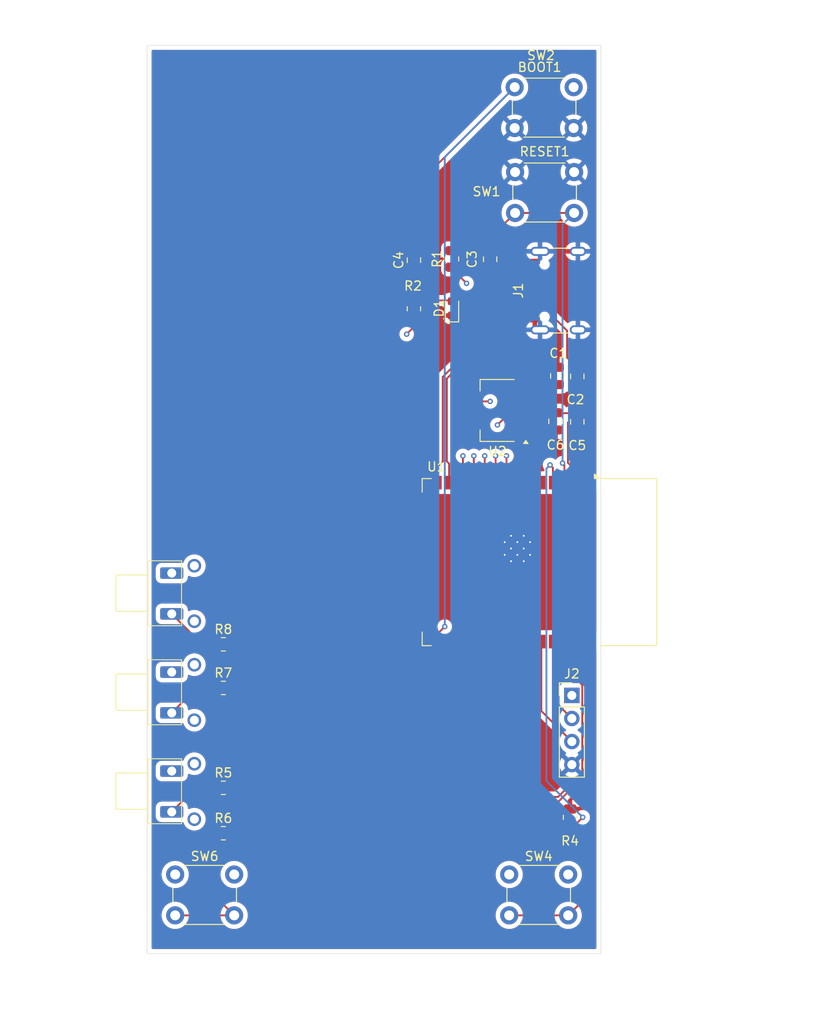
<source format=kicad_pcb>
(kicad_pcb (version 20241229) (generator "pcbnew") (generator_version "9.0")
  (layers (0 "F.Cu" signal) (4 "In1.Cu" signal) (6 "In2.Cu" signal) (2 "B.Cu" signal) (13 "F.Paste" user) (15 "B.Paste" user) (5 "F.SilkS" user "F.Silkscreen") (7 "B.SilkS" user "B.Silkscreen") (1 "F.Mask" user) (3 "B.Mask" user) (25 "Edge.Cuts" user))
  (net 0 "")
  (net 1 "+3.3V")
  (net 2 "GND")
  (net 3 "VBUS")
  (net 4 "IO1")
  (net 5 "Net-(D1-A)")
  (net 6 "GPS_RESET")
  (net 8 "unconnected-(U1-IO10-Pad18)")
  (net 9 "unconnected-(U1-IO18-Pad11)")
  (net 11 "unconnected-(U1-IO9-Pad17)")
  (net 12 "unconnected-(U1-IO14-Pad22)")
  (net 13 "MAIN_BUTTON")
  (net 14 "USB+")
  (net 16 "unconnected-(U1-IO21-Pad23)")
  (net 17 "USB-")
  (net 18 "unconnected-(U1-IO12-Pad20)")
  (net 19 "unconnected-(U1-IO13-Pad21)")
  (net 20 "TX_GPS")
  (net 22 "unconnected-(U1-IO17-Pad10)")
  (net 23 "unconnected-(U1-IO16-Pad9)")
  (net 24 "unconnected-(U1-IO11-Pad19)")
  (net 25 "unconnected-(U1-IO8-Pad12)")
  (net 26 "unconnected-(U1-IO48-Pad25)")
  (net 27 "unconnected-(U1-IO45-Pad26)")
  (net 30 "unconnected-(U1-IO15-Pad8)")
  (net 31 "unconnected-(U1-IO47-Pad24)")
  (net 32 "RX_GPS")
  (net 33 "COMPASS_RESET")
  (net 36 "Net-(U1-EN)")
  (net 37 "LAP_BUTTON")
  (net 38 "PAGE_BUTTON")
  (net 39 "ZOOM-_BUTTON")
  (net 40 "ZOOM+_BUTTON")
  (net 41 "I2C_SDA")
  (net 42 "I2C_SCL")
  (net 43 "DATA_READY_COMP")
  (footprint "CUSTOM FOODPRINTS:KNOP ANGLED" (layer "F.Cu") (at 148.2 110.7)
    (property "Reference" "SW7" (hide yes))
    (property "Value" "ZOOM-_BUTTON")
    (fp_rect (start -7.23 1.52) (end -3.68 5.52) (stroke (width 0.1)) (fill no) (layer "F.SilkS"))
    (fp_rect (start -3.69 -0.05) (end 0 7.11) (stroke (width 0.1)) (fill no) (layer "F.SilkS"))
    (pad "1" thru_hole roundrect (at -1.08 1.31) (size 2.54 1.27) (drill 0.99) (layers "*.Cu" "*.Mask") (roundrect_rratio 0.15) (net 1 "+3.3V"))
    (pad "2" thru_hole roundrect (at -1.08 5.8) (size 2.54 1.27) (drill 0.99) (layers "*.Cu" "*.Mask") (roundrect_rratio 0.15) (net 39 "ZOOM-_BUTTON"))
    (pad "3" thru_hole circle (at 1.41 0.5) (size 1.5 1.5) (drill 0.99) (layers "*.Cu" "*.Mask"))
    (pad "4" thru_hole circle (at 1.41 6.61) (size 1.5 1.5) (drill 0.99) (layers "*.Cu" "*.Mask"))
  )
  (footprint "Resistor_SMD:R_0805_2012Metric" (layer "F.Cu") (at 152.8075 124.755)
    (property "Reference" "R5" (at 0 -1.65 0) (layer "F.SilkS"))
    (property "Value" "10K" (hide yes))
    (fp_line (start -0.227064 -0.735) (end 0.227064 -0.735) (stroke (width 0.12)) (layer "F.SilkS"))
    (fp_line (start -0.227064 0.735) (end 0.227064 0.735) (stroke (width 0.12)) (layer "F.SilkS"))
    (pad "1" smd roundrect (at -0.9125 0) (size 1.025 1.4) (layers "F.Cu" "F.Mask" "F.Paste") (roundrect_rratio 0.243902) (net 37 "LAP_BUTTON"))
    (pad "2" smd roundrect (at 0.9125 0) (size 1.025 1.4) (layers "F.Cu" "F.Mask" "F.Paste") (roundrect_rratio 0.243902) (net 2 "GND"))
  )
  (footprint "RF_Module:ESP32-S3-WROOM-1" (layer "F.Cu") (at 187.66 99.9 -90)
    (property "Reference" "U1" (at -10.5 11.4 0) (layer "F.SilkS"))
    (property "Value" "ESP32-S3-WROOM-1")
    (fp_line (start -9.2 12.95) (end -7.7 12.95) (stroke (width 0.12)) (layer "F.SilkS"))
    (fp_line (start 9.2 12.95) (end 7.7 12.95) (stroke (width 0.12)) (layer "F.SilkS"))
    (fp_line (start 9.2 12.95) (end 9.2 11.95) (stroke (width 0.12)) (layer "F.SilkS"))
    (fp_line (start -9.2 11.95) (end -9.2 12.95) (stroke (width 0.12)) (layer "F.SilkS"))
    (fp_line (start -9.2 -12.9) (end -9.2 -6.7) (stroke (width 0.12)) (layer "F.SilkS"))
    (fp_line (start -9.2 -12.9) (end 9.2 -12.9) (stroke (width 0.12)) (layer "F.SilkS"))
    (fp_line (start 9.2 -12.9) (end 9.2 -6.7) (stroke (width 0.12)) (layer "F.SilkS"))
    (fp_poly (pts (xy -9.2 -6.025) (xy -9.7 -6.025) (xy -9.2 -6.525) (xy -9.2 -6.025)) (stroke (width 0.12)) (fill yes) (layer "F.SilkS"))
    (pad "1" smd rect (at -8.75 -5.26 270) (size 1.5 0.9) (layers "F.Cu" "F.Mask" "F.Paste") (net 2 "GND"))
    (pad "2" smd rect (at -8.75 -3.99 270) (size 1.5 0.9) (layers "F.Cu" "F.Mask" "F.Paste") (net 1 "+3.3V"))
    (pad "3" smd rect (at -8.75 -2.72 270) (size 1.5 0.9) (layers "F.Cu" "F.Mask" "F.Paste") (net 36 "Net-(U1-EN)"))
    (pad "4" smd rect (at -8.75 -1.45 270) (size 1.5 0.9) (layers "F.Cu" "F.Mask" "F.Paste") (net 38 "PAGE_BUTTON"))
    (pad "5" smd rect (at -8.75 -0.18 270) (size 1.5 0.9) (layers "F.Cu" "F.Mask" "F.Paste"))
    (pad "6" smd rect (at -8.75 1.09 270) (size 1.5 0.9) (layers "F.Cu" "F.Mask" "F.Paste"))
    (pad "7" smd rect (at -8.75 2.36 270) (size 1.5 0.9) (layers "F.Cu" "F.Mask" "F.Paste"))
    (pad "8" smd rect (at -8.75 3.63 270) (size 1.5 0.9) (layers "F.Cu" "F.Mask" "F.Paste") (net 30 "unconnected-(U1-IO15-Pad8)"))
    (pad "9" smd rect (at -8.75 4.9 270) (size 1.5 0.9) (layers "F.Cu" "F.Mask" "F.Paste") (net 23 "unconnected-(U1-IO16-Pad9)"))
    (pad "10" smd rect (at -8.75 6.17 270) (size 1.5 0.9) (layers "F.Cu" "F.Mask" "F.Paste") (net 22 "unconnected-(U1-IO17-Pad10)"))
    (pad "11" smd rect (at -8.75 7.44 270) (size 1.5 0.9) (layers "F.Cu" "F.Mask" "F.Paste") (net 9 "unconnected-(U1-IO18-Pad11)"))
    (pad "12" smd rect (at -8.75 8.71 270) (size 1.5 0.9) (layers "F.Cu" "F.Mask" "F.Paste") (net 25 "unconnected-(U1-IO8-Pad12)"))
    (pad "13" smd rect (at -8.75 9.98 270) (size 1.5 0.9) (layers "F.Cu" "F.Mask" "F.Paste") (net 17 "USB-"))
    (pad "14" smd rect (at -8.75 11.25 90) (size 1.5 0.9) (layers "F.Cu" "F.Mask" "F.Paste") (net 14 "USB+"))
    (pad "15" smd rect (at -6.985 12.5 180) (size 1.5 0.9) (layers "F.Cu" "F.Mask" "F.Paste") (net 6 "GPS_RESET"))
    (pad "16" smd rect (at -5.715 12.5 180) (size 1.5 0.9) (layers "F.Cu" "F.Mask" "F.Paste") (net 33 "COMPASS_RESET"))
    (pad "17" smd rect (at -4.445 12.5 180) (size 1.5 0.9) (layers "F.Cu" "F.Mask" "F.Paste") (net 11 "unconnected-(U1-IO9-Pad17)"))
    (pad "18" smd rect (at -3.175 12.5 180) (size 1.5 0.9) (layers "F.Cu" "F.Mask" "F.Paste") (net 8 "unconnected-(U1-IO10-Pad18)"))
    (pad "19" smd rect (at -1.905 12.5 180) (size 1.5 0.9) (layers "F.Cu" "F.Mask" "F.Paste") (net 24 "unconnected-(U1-IO11-Pad19)"))
    (pad "20" smd rect (at -0.635 12.5 180) (size 1.5 0.9) (layers "F.Cu" "F.Mask" "F.Paste") (net 18 "unconnected-(U1-IO12-Pad20)"))
    (pad "21" smd rect (at 0.635 12.5 180) (size 1.5 0.9) (layers "F.Cu" "F.Mask" "F.Paste") (net 19 "unconnected-(U1-IO13-Pad21)"))
    (pad "22" smd rect (at 1.905 12.5 180) (size 1.5 0.9) (layers "F.Cu" "F.Mask" "F.Paste") (net 12 "unconnected-(U1-IO14-Pad22)"))
    (pad "23" smd rect (at 3.175 12.5 180) (size 1.5 0.9) (layers "F.Cu" "F.Mask" "F.Paste") (net 16 "unconnected-(U1-IO21-Pad23)"))
    (pad "24" smd rect (at 4.445 12.5 180) (size 1.5 0.9) (layers "F.Cu" "F.Mask" "F.Paste") (net 31 "unconnected-(U1-IO47-Pad24)"))
    (pad "25" smd rect (at 5.715 12.5 180) (size 1.5 0.9) (layers "F.Cu" "F.Mask" "F.Paste") (net 26 "unconnected-(U1-IO48-Pad25)"))
    (pad "26" smd rect (at 6.985 12.5 180) (size 1.5 0.9) (layers "F.Cu" "F.Mask" "F.Paste") (net 27 "unconnected-(U1-IO45-Pad26)"))
    (pad "27" smd rect (at 8.75 11.25 270) (size 1.5 0.9) (layers "F.Cu" "F.Mask" "F.Paste") (net 4 "IO1"))
    (pad "28" smd rect (at 8.75 9.98 270) (size 1.5 0.9) (layers "F.Cu" "F.Mask" "F.Paste"))
    (pad "29" smd rect (at 8.75 8.71 270) (size 1.5 0.9) (layers "F.Cu" "F.Mask" "F.Paste"))
    (pad "30" smd rect (at 8.75 7.44 270) (size 1.5 0.9) (layers "F.Cu" "F.Mask" "F.Paste"))
    (pad "31" smd rect (at 8.75 6.17 270) (size 1.5 0.9) (layers "F.Cu" "F.Mask" "F.Paste") (net 42 "I2C_SCL"))
    (pad "32" smd rect (at 8.75 4.9 270) (size 1.5 0.9) (layers "F.Cu" "F.Mask" "F.Paste") (net 41 "I2C_SDA"))
    (pad "33" smd rect (at 8.75 3.63 270) (size 1.5 0.9) (layers "F.Cu" "F.Mask" "F.Paste") (net 43 "DATA_READY_COMP"))
    (pad "34" smd rect (at 8.75 2.36 270) (size 1.5 0.9) (layers "F.Cu" "F.Mask" "F.Paste") (net 40 "ZOOM+_BUTTON"))
    (pad "35" smd rect (at 8.75 1.09 270) (size 1.5 0.9) (layers "F.Cu" "F.Mask" "F.Paste") (net 39 "ZOOM-_BUTTON"))
    (pad "36" smd rect (at 8.75 -0.18 270) (size 1.5 0.9) (layers "F.Cu" "F.Mask" "F.Paste") (net 20 "TX_GPS"))
    (pad "37" smd rect (at 8.75 -1.45 270) (size 1.5 0.9) (layers "F.Cu" "F.Mask" "F.Paste") (net 32 "RX_GPS"))
    (pad "38" smd rect (at 8.75 -2.72 270) (size 1.5 0.9) (layers "F.Cu" "F.Mask" "F.Paste") (net 37 "LAP_BUTTON"))
    (pad "39" smd rect (at 8.75 -3.99 270) (size 1.5 0.9) (layers "F.Cu" "F.Mask" "F.Paste") (net 13 "MAIN_BUTTON"))
    (pad "40" smd rect (at 8.75 -5.26 270) (size 1.5 0.9) (layers "F.Cu" "F.Mask" "F.Paste") (net 2 "GND"))
    (pad "41" thru_hole circle (at -2.9 1.76) (size 0.6 0.6) (drill 0.2) (property pad_prop_heatsink) (layers "*.Cu" "F.Mask") (net 2 "GND"))
    (pad "41" thru_hole circle (at -2.9 3.16 270) (size 0.6 0.6) (drill 0.2) (property pad_prop_heatsink) (layers "*.Cu" "F.Mask") (net 2 "GND"))
    (pad "41" thru_hole circle (at -2.2 1.06 270) (size 0.6 0.6) (drill 0.2) (property pad_prop_heatsink) (layers "*.Cu" "F.Mask") (net 2 "GND"))
    (pad "41" thru_hole circle (at -2.2 2.46 270) (size 0.6 0.6) (drill 0.2) (property pad_prop_heatsink) (layers "*.Cu" "F.Mask") (net 2 "GND"))
    (pad "41" thru_hole circle (at -2.2 3.86 270) (size 0.6 0.6) (drill 0.2) (property pad_prop_heatsink) (layers "*.Cu" "F.Mask") (net 2 "GND"))
    (pad "41" thru_hole circle (at -1.5 1.76 270) (size 0.6 0.6) (drill 0.2) (property pad_prop_heatsink) (layers "*.Cu" "F.Mask") (net 2 "GND"))
    (pad "41" smd rect (at -1.5 2.46 180) (size 3.9 3.9) (property pad_prop_heatsink) (layers "F.Cu" "F.Mask") (net 2 "GND"))
    (pad "41" thru_hole circle (at -1.5 3.16 270) (size 0.6 0.6) (drill 0.2) (property pad_prop_heatsink) (layers "*.Cu" "F.Mask") (net 2 "GND"))
    (pad "41" thru_hole circle (at -0.8 1.06 270) (size 0.6 0.6) (drill 0.2) (property pad_prop_heatsink) (layers "*.Cu" "F.Mask") (net 2 "GND"))
    (pad "41" thru_hole circle (at -0.8 2.46 270) (size 0.6 0.6) (drill 0.2) (property pad_prop_heatsink) (layers "*.Cu" "F.Mask") (net 2 "GND"))
    (pad "41" thru_hole circle (at -0.8 3.86 270) (size 0.6 0.6) (drill 0.2) (property pad_prop_heatsink) (layers "*.Cu" "F.Mask") (net 2 "GND"))
    (pad "41" thru_hole circle (at -0.1 1.76 270) (size 0.6 0.6) (drill 0.2) (property pad_prop_heatsink) (layers "*.Cu" "F.Mask") (net 2 "GND"))
    (pad "41" thru_hole circle (at -0.1 3.16 270) (size 0.6 0.6) (drill 0.2) (property pad_prop_heatsink) (layers "*.Cu" "F.Mask") (net 2 "GND"))
    (zone (net 0) (net_name "") (layers "F.Cu" "B.Cu" "In1.Cu" "In2.Cu") (connect_pads (clearance 0)) (min_thickness 0.254)
      (keepout (tracks not_allowed) (vias not_allowed) (pads not_allowed) (copperpour not_allowed) (footprints not_allowed))
      (fill (thermal_gap 0.508) (thermal_bridge_width 0.508))
      (polygon (pts (xy 194.41 75.9) (xy 194.41 123.9) (xy 215.41 123.9) (xy 215.41 75.9)))
    )
  )
  (footprint "CUSTOM FOODPRINTS:KNOP ANGLED" (layer "F.Cu") (at 148.2 99.8)
    (property "Reference" "SW8" (hide yes))
    (property "Value" "ZOOM+_BUTTON")
    (fp_rect (start -7.23 1.52) (end -3.68 5.52) (stroke (width 0.1)) (fill no) (layer "F.SilkS"))
    (fp_rect (start -3.69 -0.05) (end 0 7.11) (stroke (width 0.1)) (fill no) (layer "F.SilkS"))
    (pad "1" thru_hole roundrect (at -1.08 1.31) (size 2.54 1.27) (drill 0.99) (layers "*.Cu" "*.Mask") (roundrect_rratio 0.15) (net 1 "+3.3V"))
    (pad "2" thru_hole roundrect (at -1.08 5.8) (size 2.54 1.27) (drill 0.99) (layers "*.Cu" "*.Mask") (roundrect_rratio 0.15) (net 40 "ZOOM+_BUTTON"))
    (pad "3" thru_hole circle (at 1.41 0.5) (size 1.5 1.5) (drill 0.99) (layers "*.Cu" "*.Mask"))
    (pad "4" thru_hole circle (at 1.41 6.61) (size 1.5 1.5) (drill 0.99) (layers "*.Cu" "*.Mask"))
  )
  (footprint "Button_Switch_THT:SW_PUSH_6mm" (layer "F.Cu") (at 191.4 52.1 180)
    (property "Reference" "SW2" (at 3.6 8 0) (layer "F.SilkS"))
    (property "Value" "BOOT1" (at 3.75 6.7 0) (layer "F.SilkS"))
    (fp_line (start 6.75 3) (end 6.75 1.5) (stroke (width 0.12)) (layer "F.SilkS"))
    (fp_line (start 5.5 -1) (end 1 -1) (stroke (width 0.12)) (layer "F.SilkS"))
    (fp_line (start 1 5.5) (end 5.5 5.5) (stroke (width 0.12)) (layer "F.SilkS"))
    (fp_line (start -0.25 1.5) (end -0.25 3) (stroke (width 0.12)) (layer "F.SilkS"))
    (pad "1" thru_hole circle (at 0 0 270) (size 2 2) (drill 1.1) (layers "*.Cu" "*.Mask") (net 2 "GND"))
    (pad "1" thru_hole circle (at 6.5 0 270) (size 2 2) (drill 1.1) (layers "*.Cu" "*.Mask") (net 2 "GND"))
    (pad "2" thru_hole circle (at 0 4.5 270) (size 2 2) (drill 1.1) (layers "*.Cu" "*.Mask") (net 4 "IO1"))
    (pad "2" thru_hole circle (at 6.5 4.5 270) (size 2 2) (drill 1.1) (layers "*.Cu" "*.Mask") (net 4 "IO1"))
  )
  (footprint "Resistor_SMD:R_0805_2012Metric" (layer "F.Cu") (at 191 128 90)
    (property "Reference" "R4" (at -2.6 0 0) (layer "F.SilkS"))
    (property "Value" "10K" (hide yes))
    (fp_line (start -0.227064 -0.735) (end 0.227064 -0.735) (stroke (width 0.12)) (layer "F.SilkS"))
    (fp_line (start -0.227064 0.735) (end 0.227064 0.735) (stroke (width 0.12)) (layer "F.SilkS"))
    (pad "1" smd roundrect (at -0.9125 0 90) (size 1.025 1.4) (layers "F.Cu" "F.Mask" "F.Paste") (roundrect_rratio 0.243902) (net 38 "PAGE_BUTTON"))
    (pad "2" smd roundrect (at 0.9125 0 90) (size 1.025 1.4) (layers "F.Cu" "F.Mask" "F.Paste") (roundrect_rratio 0.243902) (net 2 "GND"))
  )
  (footprint "Capacitor_SMD:C_0805_2012Metric" (layer "F.Cu") (at 191.8 79.45 -90)
    (property "Reference" "C2" (at 2.55 0.2 0) (layer "F.SilkS"))
    (property "Value" "10uF" (hide yes))
    (fp_line (start -0.261252 0.735) (end 0.261252 0.735) (stroke (width 0.12)) (layer "F.SilkS"))
    (fp_line (start -0.261252 -0.735) (end 0.261252 -0.735) (stroke (width 0.12)) (layer "F.SilkS"))
    (pad "1" smd roundrect (at -0.95 0 270) (size 1 1.45) (layers "F.Cu" "F.Mask" "F.Paste") (net 3 "VBUS"))
    (pad "2" smd roundrect (at 0.95 0 270) (size 1 1.45) (layers "F.Cu" "F.Mask" "F.Paste") (net 2 "GND"))
  )
  (footprint "Button_Switch_THT:SW_PUSH_6mm" (layer "F.Cu") (at 184.95 56.95)
    (property "Reference" "SW1" (at -3.15 2.15 0) (layer "F.SilkS"))
    (property "Value" "RESET1" (at 3.25 -2.25 0) (layer "F.SilkS"))
    (fp_line (start -0.25 1.5) (end -0.25 3) (stroke (width 0.12)) (layer "F.SilkS"))
    (fp_line (start 1 5.5) (end 5.5 5.5) (stroke (width 0.12)) (layer "F.SilkS"))
    (fp_line (start 5.5 -1) (end 1 -1) (stroke (width 0.12)) (layer "F.SilkS"))
    (fp_line (start 6.75 3) (end 6.75 1.5) (stroke (width 0.12)) (layer "F.SilkS"))
    (pad "1" thru_hole circle (at 0 0 90) (size 2 2) (drill 1.1) (layers "*.Cu" "*.Mask") (net 2 "GND"))
    (pad "1" thru_hole circle (at 6.5 0 90) (size 2 2) (drill 1.1) (layers "*.Cu" "*.Mask") (net 2 "GND"))
    (pad "2" thru_hole circle (at 0 4.5 90) (size 2 2) (drill 1.1) (layers "*.Cu" "*.Mask") (net 36 "Net-(U1-EN)"))
    (pad "2" thru_hole circle (at 6.5 4.5 90) (size 2 2) (drill 1.1) (layers "*.Cu" "*.Mask") (net 36 "Net-(U1-EN)"))
  )
  (footprint "LED_SMD:LED_0603_1608Metric" (layer "F.Cu") (at 178 71.96 90)
    (property "Reference" "D1" (at 0 -1.43 90) (layer "F.SilkS"))
    (property "Value" "POWER_LED" (hide yes))
    (fp_line (start 0.8 -0.735) (end -1.485 -0.735) (stroke (width 0.12)) (layer "F.SilkS"))
    (fp_line (start -1.485 -0.735) (end -1.485 0.735) (stroke (width 0.12)) (layer "F.SilkS"))
    (fp_line (start -1.485 0.735) (end 0.8 0.735) (stroke (width 0.12)) (layer "F.SilkS"))
    (pad "1" smd roundrect (at -0.7875 0 90) (size 0.875 0.95) (layers "F.Cu" "F.Mask" "F.Paste") (net 2 "GND"))
    (pad "2" smd roundrect (at 0.7875 0 90) (size 0.875 0.95) (layers "F.Cu" "F.Mask" "F.Paste") (net 5 "Net-(D1-A)"))
  )
  (footprint "Connector_USB:USB_C_Receptacle_GCT_USB4105-xx-A_16P_TopMnt_Horizontal" (layer "F.Cu") (at 190.8 70 90)
    (property "Reference" "J1" (at 0 -5.5 90) (layer "F.SilkS"))
    (property "Value" "USB_C_Receptacle_USB2.0_14P" (hide yes))
    (fp_line (start 4.67 -0.1) (end 4.67 -1.8) (stroke (width 0.12)) (layer "F.SilkS"))
    (fp_line (start -4.67 -0.1) (end -4.67 -1.8) (stroke (width 0.12)) (layer "F.SilkS"))
    (pad "" np_thru_hole circle (at -2.89 -2.605 90) (size 0.65 0.65) (drill 0.65) (layers "F&B.Cu" "*.Mask"))
    (pad "" np_thru_hole circle (at 2.89 -2.605 90) (size 0.65 0.65) (drill 0.65) (layers "F&B.Cu" "*.Mask"))
    (pad "A1" smd roundrect (at -3.2 -3.68 90) (size 0.6 1.15) (layers "F.Cu" "F.Mask" "F.Paste") (net 2 "GND"))
    (pad "A4" smd roundrect (at -2.4 -3.68 90) (size 0.6 1.15) (layers "F.Cu" "F.Mask" "F.Paste") (net 3 "VBUS"))
    (pad "A5" smd roundrect (at -1.25 -3.68 90) (size 0.3 1.15) (layers "F.Cu" "F.Mask" "F.Paste"))
    (pad "A6" smd roundrect (at -0.25 -3.68 90) (size 0.3 1.15) (layers "F.Cu" "F.Mask" "F.Paste") (net 14 "USB+"))
    (pad "A7" smd roundrect (at 0.25 -3.68 90) (size 0.3 1.15) (layers "F.Cu" "F.Mask" "F.Paste") (net 17 "USB-"))
    (pad "A8" smd roundrect (at 1.25 -3.68 90) (size 0.3 1.15) (layers "F.Cu" "F.Mask" "F.Paste"))
    (pad "A9" smd roundrect (at 2.4 -3.68 90) (size 0.6 1.15) (layers "F.Cu" "F.Mask" "F.Paste") (net 3 "VBUS"))
    (pad "A12" smd roundrect (at 3.2 -3.68 90) (size 0.6 1.15) (layers "F.Cu" "F.Mask" "F.Paste") (net 2 "GND"))
    (pad "B1" smd roundrect (at 3.2 -3.68 90) (size 0.6 1.15) (layers "F.Cu" "F.Mask" "F.Paste") (net 2 "GND"))
    (pad "B4" smd roundrect (at 2.4 -3.68 90) (size 0.6 1.15) (layers "F.Cu" "F.Mask" "F.Paste") (net 3 "VBUS"))
    (pad "B5" smd roundrect (at 1.75 -3.68 90) (size 0.3 1.15) (layers "F.Cu" "F.Mask" "F.Paste"))
    (pad "B6" smd roundrect (at 0.75 -3.68 90) (size 0.3 1.15) (layers "F.Cu" "F.Mask" "F.Paste") (net 14 "USB+"))
    (pad "B7" smd roundrect (at -0.75 -3.68 90) (size 0.3 1.15) (layers "F.Cu" "F.Mask" "F.Paste") (net 17 "USB-"))
    (pad "B8" smd roundrect (at -1.75 -3.68 90) (size 0.3 1.15) (layers "F.Cu" "F.Mask" "F.Paste"))
    (pad "B9" smd roundrect (at -2.4 -3.68 90) (size 0.6 1.15) (layers "F.Cu" "F.Mask" "F.Paste") (net 3 "VBUS"))
    (pad "B12" smd roundrect (at -3.2 -3.68 90) (size 0.6 1.15) (layers "F.Cu" "F.Mask" "F.Paste") (net 2 "GND"))
    (pad "S1" thru_hole oval (at -4.32 -3.105 90) (size 1 2.1) (drill oval 0.6 1.7) (property pad_prop_heatsink) (layers "*.Cu" "*.Mask" "F.Paste") (net 2 "GND"))
    (pad "S1" thru_hole oval (at -4.32 1.075 90) (size 1 1.8) (drill oval 0.6 1.4) (property pad_prop_heatsink) (layers "*.Cu" "*.Mask" "F.Paste") (net 2 "GND"))
    (pad "S1" thru_hole oval (at 4.32 -3.105 90) (size 1 2.1) (drill oval 0.6 1.7) (property pad_prop_heatsink) (layers "*.Cu" "*.Mask" "F.Paste") (net 2 "GND"))
    (pad "S1" thru_hole oval (at 4.32 1.075 90) (size 1 1.8) (drill oval 0.6 1.4) (property pad_prop_heatsink) (layers "*.Cu" "*.Mask" "F.Paste") (net 2 "GND"))
  )
  (footprint "Resistor_SMD:R_0805_2012Metric" (layer "F.Cu") (at 152.8075 129.755)
    (property "Reference" "R6" (at 0 -1.65 0) (layer "F.SilkS"))
    (property "Value" "10K" (hide yes))
    (fp_line (start -0.227064 -0.735) (end 0.227064 -0.735) (stroke (width 0.12)) (layer "F.SilkS"))
    (fp_line (start -0.227064 0.735) (end 0.227064 0.735) (stroke (width 0.12)) (layer "F.SilkS"))
    (pad "1" smd roundrect (at -0.9125 0) (size 1.025 1.4) (layers "F.Cu" "F.Mask" "F.Paste") (roundrect_rratio 0.243902) (net 13 "MAIN_BUTTON"))
    (pad "2" smd roundrect (at 0.9125 0) (size 1.025 1.4) (layers "F.Cu" "F.Mask" "F.Paste") (roundrect_rratio 0.243902) (net 2 "GND"))
  )
  (footprint "Connector_PinHeader_2.54mm:PinHeader_1x04_P2.54mm_Vertical" (layer "F.Cu") (at 191.2 114.58)
    (property "Reference" "J2" (at 0 -2.38 0) (layer "F.SilkS"))
    (property "Value" "Conn_01x04_Pin" (hide yes))
    (fp_line (start -1.38 -1.38) (end 0 -1.38) (stroke (width 0.12)) (layer "F.SilkS"))
    (fp_line (start -1.38 0) (end -1.38 -1.38) (stroke (width 0.12)) (layer "F.SilkS"))
    (fp_line (start -1.38 1.27) (end -1.38 9) (stroke (width 0.12)) (layer "F.SilkS"))
    (fp_line (start -1.38 1.27) (end 1.38 1.27) (stroke (width 0.12)) (layer "F.SilkS"))
    (fp_line (start -1.38 9) (end 1.38 9) (stroke (width 0.12)) (layer "F.SilkS"))
    (fp_line (start 1.38 1.27) (end 1.38 9) (stroke (width 0.12)) (layer "F.SilkS"))
    (pad "1" thru_hole rect (at 0 0) (size 1.7 1.7) (drill 1) (layers "*.Cu" "*.Mask") (net 1 "+3.3V"))
    (pad "2" thru_hole circle (at 0 2.54) (size 1.7 1.7) (drill 1) (layers "*.Cu" "*.Mask") (net 32 "RX_GPS"))
    (pad "3" thru_hole circle (at 0 5.08) (size 1.7 1.7) (drill 1) (layers "*.Cu" "*.Mask") (net 20 "TX_GPS"))
    (pad "4" thru_hole circle (at 0 7.62) (size 1.7 1.7) (drill 1) (layers "*.Cu" "*.Mask") (net 2 "GND"))
  )
  (footprint "Capacitor_SMD:C_0805_2012Metric" (layer "F.Cu") (at 182.2 66.55 -90)
    (property "Reference" "C3" (at 0 2 90) (layer "F.SilkS"))
    (property "Value" "0.1uF" (hide yes))
    (fp_line (start -0.261252 0.735) (end 0.261252 0.735) (stroke (width 0.12)) (layer "F.SilkS"))
    (fp_line (start -0.261252 -0.735) (end 0.261252 -0.735) (stroke (width 0.12)) (layer "F.SilkS"))
    (pad "1" smd roundrect (at -0.95 0 270) (size 1 1.45) (layers "F.Cu" "F.Mask" "F.Paste") (net 36 "Net-(U1-EN)"))
    (pad "2" smd roundrect (at 0.95 0 270) (size 1 1.45) (layers "F.Cu" "F.Mask" "F.Paste") (net 2 "GND"))
  )
  (footprint "Capacitor_SMD:C_0805_2012Metric" (layer "F.Cu") (at 189.4 84.4 -90)
    (property "Reference" "C6" (at 2.6 0 180) (layer "F.SilkS"))
    (property "Value" "10uF" (hide yes))
    (fp_line (start -0.261252 0.735) (end 0.261252 0.735) (stroke (width 0.12)) (layer "F.SilkS"))
    (fp_line (start -0.261252 -0.735) (end 0.261252 -0.735) (stroke (width 0.12)) (layer "F.SilkS"))
    (pad "1" smd roundrect (at -0.95 0 270) (size 1 1.45) (layers "F.Cu" "F.Mask" "F.Paste") (net 1 "+3.3V"))
    (pad "2" smd roundrect (at 0.95 0 270) (size 1 1.45) (layers "F.Cu" "F.Mask" "F.Paste") (net 2 "GND"))
  )
  (footprint "Resistor_SMD:R_0805_2012Metric" (layer "F.Cu") (at 173.8 72 90)
    (property "Reference" "R2" (at 2.5125 -0.1 0) (layer "F.SilkS"))
    (property "Value" "10K" (hide yes))
    (fp_line (start -0.227064 -0.735) (end 0.227064 -0.735) (stroke (width 0.12)) (layer "F.SilkS"))
    (fp_line (start -0.227064 0.735) (end 0.227064 0.735) (stroke (width 0.12)) (layer "F.SilkS"))
    (pad "1" smd roundrect (at -0.9125 0 90) (size 1.025 1.4) (layers "F.Cu" "F.Mask" "F.Paste") (roundrect_rratio 0.243902) (net 1 "+3.3V"))
    (pad "2" smd roundrect (at 0.9125 0 90) (size 1.025 1.4) (layers "F.Cu" "F.Mask" "F.Paste") (roundrect_rratio 0.243902) (net 5 "Net-(D1-A)"))
  )
  (footprint "Resistor_SMD:R_0805_2012Metric" (layer "F.Cu") (at 152.8075 108.955)
    (property "Reference" "R8" (at 0 -1.65 0) (layer "F.SilkS"))
    (property "Value" "10K" (hide yes))
    (fp_line (start -0.227064 -0.735) (end 0.227064 -0.735) (stroke (width 0.12)) (layer "F.SilkS"))
    (fp_line (start -0.227064 0.735) (end 0.227064 0.735) (stroke (width 0.12)) (layer "F.SilkS"))
    (pad "1" smd roundrect (at -0.9125 0) (size 1.025 1.4) (layers "F.Cu" "F.Mask" "F.Paste") (roundrect_rratio 0.243902) (net 40 "ZOOM+_BUTTON"))
    (pad "2" smd roundrect (at 0.9125 0) (size 1.025 1.4) (layers "F.Cu" "F.Mask" "F.Paste") (roundrect_rratio 0.243902) (net 2 "GND"))
  )
  (footprint "Package_TO_SOT_SMD:SOT-223-3_TabPin2" (layer "F.Cu") (at 183 83.2 180)
    (property "Reference" "U2" (at 0 -4.5 0) (layer "F.SilkS"))
    (property "Value" "AMS1117-3.3")
    (fp_line (start 1.91 3.41) (end 1.91 2.15) (stroke (width 0.12)) (layer "F.SilkS"))
    (fp_line (start 1.91 -3.41) (end 1.91 -2.15) (stroke (width 0.12)) (layer "F.SilkS"))
    (fp_line (start -1.85 3.41) (end 1.91 3.41) (stroke (width 0.12)) (layer "F.SilkS"))
    (fp_line (start -1.85 -3.41) (end 1.91 -3.41) (stroke (width 0.12)) (layer "F.SilkS"))
    (fp_poly (pts (xy -3.13 -3.31) (xy -3.37 -3.64) (xy -2.89 -3.64) (xy -3.13 -3.31)) (stroke (width 0.12)) (fill yes) (layer "F.SilkS"))
    (pad "1" smd roundrect (at -3.15 -2.3 180) (size 2 1.5) (layers "F.Cu" "F.Mask" "F.Paste") (net 2 "GND"))
    (pad "2" smd roundrect (at -3.15 0 180) (size 2 1.5) (layers "F.Cu" "F.Mask" "F.Paste") (net 1 "+3.3V"))
    (pad "2" smd roundrect (at 3.15 0 180) (size 2 3.8) (layers "F.Cu" "F.Mask" "F.Paste") (net 1 "+3.3V"))
    (pad "3" smd roundrect (at -3.15 2.3 180) (size 2 1.5) (layers "F.Cu" "F.Mask" "F.Paste") (net 3 "VBUS"))
  )
  (footprint "Resistor_SMD:R_0805_2012Metric" (layer "F.Cu") (at 178 66.5125 90)
    (property "Reference" "R1" (at 0 -1.65 90) (layer "F.SilkS"))
    (property "Value" "10K" (hide yes))
    (fp_line (start -0.227064 -0.735) (end 0.227064 -0.735) (stroke (width 0.12)) (layer "F.SilkS"))
    (fp_line (start -0.227064 0.735) (end 0.227064 0.735) (stroke (width 0.12)) (layer "F.SilkS"))
    (pad "1" smd roundrect (at -0.9125 0 90) (size 1.025 1.4) (layers "F.Cu" "F.Mask" "F.Paste") (roundrect_rratio 0.243902) (net 1 "+3.3V"))
    (pad "2" smd roundrect (at 0.9125 0 90) (size 1.025 1.4) (layers "F.Cu" "F.Mask" "F.Paste") (roundrect_rratio 0.243902) (net 36 "Net-(U1-EN)"))
  )
  (footprint "Resistor_SMD:R_0805_2012Metric" (layer "F.Cu") (at 152.8075 113.755)
    (property "Reference" "R7" (at 0 -1.65 0) (layer "F.SilkS"))
    (property "Value" "10K" (hide yes))
    (fp_line (start -0.227064 -0.735) (end 0.227064 -0.735) (stroke (width 0.12)) (layer "F.SilkS"))
    (fp_line (start -0.227064 0.735) (end 0.227064 0.735) (stroke (width 0.12)) (layer "F.SilkS"))
    (pad "1" smd roundrect (at -0.9125 0) (size 1.025 1.4) (layers "F.Cu" "F.Mask" "F.Paste") (roundrect_rratio 0.243902) (net 39 "ZOOM-_BUTTON"))
    (pad "2" smd roundrect (at 0.9125 0) (size 1.025 1.4) (layers "F.Cu" "F.Mask" "F.Paste") (roundrect_rratio 0.243902) (net 2 "GND"))
  )
  (footprint "Button_Switch_THT:SW_PUSH_6mm" (layer "F.Cu") (at 147.5 134.3)
    (property "Reference" "SW6" (at 3.25 -2 0) (layer "F.SilkS"))
    (property "Value" "MAIN_BUTTON")
    (fp_line (start -0.25 1.5) (end -0.25 3) (stroke (width 0.12)) (layer "F.SilkS"))
    (fp_line (start 1 5.5) (end 5.5 5.5) (stroke (width 0.12)) (layer "F.SilkS"))
    (fp_line (start 5.5 -1) (end 1 -1) (stroke (width 0.12)) (layer "F.SilkS"))
    (fp_line (start 6.75 3) (end 6.75 1.5) (stroke (width 0.12)) (layer "F.SilkS"))
    (pad "1" thru_hole circle (at 0 0 90) (size 2 2) (drill 1.1) (layers "*.Cu" "*.Mask") (net 1 "+3.3V"))
    (pad "1" thru_hole circle (at 6.5 0 90) (size 2 2) (drill 1.1) (layers "*.Cu" "*.Mask") (net 1 "+3.3V"))
    (pad "2" thru_hole circle (at 0 4.5 90) (size 2 2) (drill 1.1) (layers "*.Cu" "*.Mask") (net 13 "MAIN_BUTTON"))
    (pad "2" thru_hole circle (at 6.5 4.5 90) (size 2 2) (drill 1.1) (layers "*.Cu" "*.Mask") (net 13 "MAIN_BUTTON"))
  )
  (footprint "Capacitor_SMD:C_0805_2012Metric" (layer "F.Cu") (at 189.6 79.4 90)
    (property "Reference" "C1" (at 2.5 0.1 0) (layer "F.SilkS"))
    (property "Value" "10uF" (hide yes))
    (fp_line (start -0.261252 -0.735) (end 0.261252 -0.735) (stroke (width 0.12)) (layer "F.SilkS"))
    (fp_line (start -0.261252 0.735) (end 0.261252 0.735) (stroke (width 0.12)) (layer "F.SilkS"))
    (pad "1" smd roundrect (at -0.95 0 90) (size 1 1.45) (layers "F.Cu" "F.Mask" "F.Paste") (net 1 "+3.3V"))
    (pad "2" smd roundrect (at 0.95 0 90) (size 1 1.45) (layers "F.Cu" "F.Mask" "F.Paste") (net 2 "GND"))
  )
  (footprint "Button_Switch_THT:SW_PUSH_6mm" (layer "F.Cu") (at 184.3 134.3)
    (property "Reference" "SW4" (at 3.25 -2 0) (layer "F.SilkS"))
    (property "Value" "PAGE_BUTTON")
    (fp_line (start -0.25 1.5) (end -0.25 3) (stroke (width 0.12)) (layer "F.SilkS"))
    (fp_line (start 1 5.5) (end 5.5 5.5) (stroke (width 0.12)) (layer "F.SilkS"))
    (fp_line (start 5.5 -1) (end 1 -1) (stroke (width 0.12)) (layer "F.SilkS"))
    (fp_line (start 6.75 3) (end 6.75 1.5) (stroke (width 0.12)) (layer "F.SilkS"))
    (pad "1" thru_hole circle (at 0 0 90) (size 2 2) (drill 1.1) (layers "*.Cu" "*.Mask") (net 1 "+3.3V"))
    (pad "1" thru_hole circle (at 6.5 0 90) (size 2 2) (drill 1.1) (layers "*.Cu" "*.Mask") (net 1 "+3.3V"))
    (pad "2" thru_hole circle (at 0 4.5 90) (size 2 2) (drill 1.1) (layers "*.Cu" "*.Mask") (net 38 "PAGE_BUTTON"))
    (pad "2" thru_hole circle (at 6.5 4.5 90) (size 2 2) (drill 1.1) (layers "*.Cu" "*.Mask") (net 38 "PAGE_BUTTON"))
  )
  (footprint "CUSTOM FOODPRINTS:KNOP ANGLED" (layer "F.Cu") (at 148.2 121.6)
    (property "Reference" "SW5" (hide yes))
    (property "Value" "LAP_BUTTON")
    (fp_rect (start -7.23 1.52) (end -3.68 5.52) (stroke (width 0.1)) (fill no) (layer "F.SilkS"))
    (fp_rect (start -3.69 -0.05) (end 0 7.11) (stroke (width 0.1)) (fill no) (layer "F.SilkS"))
    (pad "1" thru_hole roundrect (at -1.08 1.31) (size 2.54 1.27) (drill 0.99) (layers "*.Cu" "*.Mask") (roundrect_rratio 0.15) (net 1 "+3.3V"))
    (pad "2" thru_hole roundrect (at -1.08 5.8) (size 2.54 1.27) (drill 0.99) (layers "*.Cu" "*.Mask") (roundrect_rratio 0.15) (net 37 "LAP_BUTTON"))
    (pad "3" thru_hole circle (at 1.41 0.5) (size 1.5 1.5) (drill 0.99) (layers "*.Cu" "*.Mask"))
    (pad "4" thru_hole circle (at 1.41 6.61) (size 1.5 1.5) (drill 0.99) (layers "*.Cu" "*.Mask"))
  )
  (footprint "Capacitor_SMD:C_0805_2012Metric" (layer "F.Cu") (at 191.8 84.45 -90)
    (property "Reference" "C5" (at 2.6 0 180) (layer "F.SilkS"))
    (property "Value" "0.1uF" (hide yes))
    (fp_line (start -0.261252 0.735) (end 0.261252 0.735) (stroke (width 0.12)) (layer "F.SilkS"))
    (fp_line (start -0.261252 -0.735) (end 0.261252 -0.735) (stroke (width 0.12)) (layer "F.SilkS"))
    (pad "1" smd roundrect (at -0.95 0 270) (size 1 1.45) (layers "F.Cu" "F.Mask" "F.Paste") (net 1 "+3.3V"))
    (pad "2" smd roundrect (at 0.95 0 270) (size 1 1.45) (layers "F.Cu" "F.Mask" "F.Paste") (net 2 "GND"))
  )
  (footprint "Capacitor_SMD:C_0805_2012Metric" (layer "F.Cu") (at 173.8 66.65 90)
    (property "Reference" "C4" (at 0 -1.68 90) (layer "F.SilkS"))
    (property "Value" "0.1uF" (hide yes))
    (fp_line (start -0.261252 -0.735) (end 0.261252 -0.735) (stroke (width 0.12)) (layer "F.SilkS"))
    (fp_line (start -0.261252 0.735) (end 0.261252 0.735) (stroke (width 0.12)) (layer "F.SilkS"))
    (pad "1" smd roundrect (at -0.95 0 90) (size 1 1.45) (layers "F.Cu" "F.Mask" "F.Paste") (net 4 "IO1"))
    (pad "2" smd roundrect (at 0.95 0 90) (size 1 1.45) (layers "F.Cu" "F.Mask" "F.Paste") (net 2 "GND"))
  )
  (gr_rect (start 144.4 43) (end 194.4 143) (stroke (width 0.05)) (fill no) (layer "Edge.Cuts"))
  (segment (start 191.8 83.5) (end 189.45 83.5) (width 0.2) (layer "F.Cu") (net 1))
  (segment (start 186.75 83.2) (end 189.6 80.35) (width 0.2) (layer "F.Cu") (net 1))
  (segment (start 186.15 83.2) (end 184.6 83.2) (width 0.2) (layer "F.Cu") (net 1))
  (segment (start 173.8 74) (end 173 74.8) (width 0.2) (layer "F.Cu") (net 1))
  (segment (start 186.15 83.2) (end 186.75 83.2) (width 0.2) (layer "F.Cu") (net 1))
  (segment (start 190.774 88.974) (end 191.65 89.85) (width 0.2) (layer "F.Cu") (net 1))
  (segment (start 173.8 72.9125) (end 173.8 74) (width 0.2) (layer "F.Cu") (net 1))
  (segment (start 189.45 83.5) (end 189.4 83.45) (width 0.2) (layer "F.Cu") (net 1))
  (segment (start 191.8 83.5) (end 190.774 84.526) (width 0.2) (layer "F.Cu") (net 1))
  (segment (start 180.85 82.2) (end 182.2 82.2) (width 0.2) (layer "F.Cu") (net 1))
  (segment (start 191.8 83.6) (end 191.65 83.45) (width 0.2) (layer "F.Cu") (net 1))
  (segment (start 191.65 89.85) (end 191.65 91.15) (width 0.2) (layer "F.Cu") (net 1))
  (segment (start 191.8 83.5) (end 191.8 83.6) (width 0.2) (layer "F.Cu") (net 1))
  (segment (start 184.6 83.2) (end 183 84.8) (width 0.2) (layer "F.Cu") (net 1))
  (segment (start 186.15 83.2) (end 179.85 83.2) (width 0.2) (layer "F.Cu") (net 1))
  (segment (start 189.4 83.45) (end 186.4 83.45) (width 0.2) (layer "F.Cu") (net 1))
  (segment (start 178 67.6) (end 179.6 69.2) (width 0.2) (layer "F.Cu") (net 1))
  (segment (start 190.774 84.526) (end 190.774 88.974) (width 0.2) (layer "F.Cu") (net 1))
  (segment (start 178 67.425) (end 178 67.6) (width 0.2) (layer "F.Cu") (net 1))
  (segment (start 186.4 83.45) (end 186.15 83.2) (width 0.2) (layer "F.Cu") (net 1))
  (segment (start 179.85 83.2) (end 180.85 82.2) (width 0.2) (layer "F.Cu") (net 1))
  (via (at 179.6 69.2) (size 0.6) (drill 0.3) (layers "F.Cu" "B.Cu") (net 1))
  (via (at 173 74.8) (size 0.6) (drill 0.3) (layers "F.Cu" "B.Cu") (net 1))
  (via (at 183 84.8) (size 0.6) (drill 0.3) (layers "F.Cu" "B.Cu") (net 1))
  (via (at 182.2 82.2) (size 0.6) (drill 0.3) (layers "F.Cu" "B.Cu") (net 1))
  (segment (start 187.12 72.4) (end 186.545001 72.4) (width 0.2) (layer "F.Cu") (net 3))
  (segment (start 187.306 72.214) (end 188.475008 72.214) (width 0.2) (layer "F.Cu") (net 3))
  (segment (start 188.397 71.697999) (end 188.397 68.302001) (width 0.2) (layer "F.Cu") (net 3))
  (segment (start 187.694999 67.6) (end 187.12 67.6) (width 0.2) (layer "F.Cu") (net 3))
  (segment (start 185.4 73.545001) (end 185.4 77.6) (width 0.2) (layer "F.Cu") (net 3))
  (segment (start 188.475008 72.214) (end 190.674 74.412992) (width 0.2) (layer "F.Cu") (net 3))
  (segment (start 188.397 68.302001) (end 187.694999 67.6) (width 0.2) (layer "F.Cu") (net 3))
  (segment (start 187.12 72.4) (end 187.306 72.214) (width 0.2) (layer "F.Cu") (net 3))
  (segment (start 186.545001 72.4) (end 185.4 73.545001) (width 0.2) (layer "F.Cu") (net 3))
  (segment (start 186.15 78.35) (end 186.15 80.9) (width 0.2) (layer "F.Cu") (net 3))
  (segment (start 187.12 72.4) (end 187.694999 72.4) (width 0.2) (layer "F.Cu") (net 3))
  (segment (start 185.4 77.6) (end 186.15 78.35) (width 0.2) (layer "F.Cu") (net 3))
  (segment (start 187.694999 72.4) (end 188.397 71.697999) (width 0.2) (layer "F.Cu") (net 3))
  (segment (start 190.674 77.374) (end 191.8 78.5) (width 0.2) (layer "F.Cu") (net 3))
  (segment (start 190.674 74.412992) (end 190.674 77.374) (width 0.2) (layer "F.Cu") (net 3))
  (segment (start 176.41 107.79) (end 177.2 107) (width 0.2) (layer "F.Cu") (net 4))
  (segment (start 175.8 65.6) (end 175.8 56.7) (width 0.2) (layer "F.Cu") (net 4))
  (segment (start 175.8 56.7) (end 184.9 47.6) (width 0.2) (layer "F.Cu") (net 4))
  (segment (start 176.41 108.65) (end 176.41 107.79) (width 0.2) (layer "F.Cu") (net 4))
  (segment (start 173.8 67.6) (end 175.8 65.6) (width 0.2) (layer "F.Cu") (net 4))
  (via (at 177.2 107) (size 0.6) (drill 0.3) (layers "F.Cu" "B.Cu") (net 4))
  (segment (start 177.2 55.3) (end 184.9 47.6) (width 0.2) (layer "B.Cu") (net 4))
  (segment (start 177.2 107) (end 177.2 55.3) (width 0.2) (layer "B.Cu") (net 4))
  (segment (start 177.915 71.0875) (end 178 71.1725) (width 0.2) (layer "F.Cu") (net 5))
  (segment (start 173.8 71.0875) (end 177.915 71.0875) (width 0.2) (layer "F.Cu") (net 5))
  (segment (start 162.875 96.725) (end 160.4 99.2) (width 0.2) (layer "F.Cu") (net 8))
  (segment (start 175.16 96.725) (end 162.875 96.725) (width 0.2) (layer "F.Cu") (net 8))
  (segment (start 160.4 99.2) (end 160.4 108.2) (width 0.2) (layer "F.Cu") (net 8))
  (segment (start 180.22 89.58) (end 180.22 91.15) (width 0.2) (layer "F.Cu") (net 9))
  (segment (start 180.4 88.2) (end 180.4 89.4) (width 0.2) (layer "F.Cu") (net 9))
  (segment (start 180.4 89.4) (end 180.22 89.58) (width 0.2) (layer "F.Cu") (net 9))
  (via (at 180.4 88.2) (size 0.6) (drill 0.3) (layers "F.Cu" "B.Cu") (net 9))
  (segment (start 159 98.8) (end 159 108.2) (width 0.2) (layer "F.Cu") (net 11))
  (segment (start 175.16 95.455) (end 162.345 95.455) (width 0.2) (layer "F.Cu") (net 11))
  (segment (start 162.345 95.455) (end 160 97.8) (width 0.2) (layer "F.Cu") (net 11))
  (segment (start 160 97.8) (end 159 98.8) (width 0.2) (layer "F.Cu") (net 11))
  (segment (start 175.16 101.805) (end 166.395 101.805) (width 0.2) (layer "F.Cu") (net 12))
  (segment (start 166.395 101.805) (end 166 102.2) (width 0.2) (layer "F.Cu") (net 12))
  (segment (start 166 102.2) (end 165.8 102.4) (width 0.2) (layer "F.Cu") (net 12))
  (segment (start 165.8 102.4) (end 165.8 107.6) (width 0.2) (layer "F.Cu") (net 12))
  (segment (start 192.752 113.2629) (end 192.752 123.248) (width 0.2) (layer "F.Cu") (net 13))
  (segment (start 153.25 128.4) (end 151.895 129.755) (width 0.2) (layer "F.Cu") (net 13))
  (segment (start 191.65 108.65) (end 191.65 112.1609) (width 0.2) (layer "F.Cu") (net 13))
  (segment (start 151.895 136.695) (end 154 138.8) (width 0.2) (layer "F.Cu") (net 13))
  (segment (start 191.65 112.1609) (end 192.752 113.2629) (width 0.2) (layer "F.Cu") (net 13))
  (segment (start 151.895 129.755) (end 151.895 136.695) (width 0.2) (layer "F.Cu") (net 13))
  (segment (start 192.752 123.248) (end 187.6 128.4) (width 0.2) (layer "F.Cu") (net 13))
  (segment (start 187.6 128.4) (end 153.25 128.4) (width 0.2) (layer "F.Cu") (net 13))
  (segment (start 147.5 138.8) (end 154 138.8) (width 0.2) (layer "F.Cu") (net 13))
  (segment (start 186.511176 70.25) (end 187.12 70.25) (width 0.2) (layer "F.Cu") (net 14))
  (segment (start 186.244 69.982824) (end 186.511176 70.25) (width 0.2) (layer "F.Cu") (net 14))
  (segment (start 186.244 69.517176) (end 186.244 69.982824) (width 0.2) (layer "F.Cu") (net 14))
  (segment (start 176.975 88.8) (end 176.41 89.365) (width 0.2) (layer "F.Cu") (net 14))
  (segment (start 186.695 70.25) (end 186.67 70.275) (width 0.2) (layer "F.Cu") (net 14))
  (segment (start 186.511176 69.25) (end 186.244 69.517176) (width 0.2) (layer "F.Cu") (net 14))
  (segment (start 186.67 70.275) (end 186.206802 70.275) (width 0.2) (layer "F.Cu") (net 14))
  (segment (start 186.206802 70.275) (end 176.975 79.506802) (width 0.2) (layer "F.Cu") (net 14))
  (segment (start 187.12 70.25) (end 186.695 70.25) (width 0.2) (layer "F.Cu") (net 14))
  (segment (start 176.975 79.506802) (end 176.975 88.8) (width 0.2) (layer "F.Cu") (net 14))
  (segment (start 176.41 89.365) (end 176.41 91.15) (width 0.2) (layer "F.Cu") (net 14))
  (segment (start 187.12 69.25) (end 186.511176 69.25) (width 0.2) (layer "F.Cu") (net 14))
  (segment (start 167 103.6) (end 167 107.6) (width 0.2) (layer "F.Cu") (net 16))
  (segment (start 175.16 103.075) (end 167.525 103.075) (width 0.2) (layer "F.Cu") (net 16))
  (segment (start 167.525 103.075) (end 167 103.6) (width 0.2) (layer "F.Cu") (net 16))
  (segment (start 187.728824 70.75) (end 187.996 70.482824) (width 0.2) (layer "F.Cu") (net 17))
  (segment (start 177.68 89.055) (end 177.68 91.15) (width 0.2) (layer "F.Cu") (net 17))
  (segment (start 177.425 79.693198) (end 177.425 88.8) (width 0.2) (layer "F.Cu") (net 17))
  (segment (start 187.728824 69.75) (end 187.12 69.75) (width 0.2) (layer "F.Cu") (net 17))
  (segment (start 177.425 88.8) (end 177.68 89.055) (width 0.2) (layer "F.Cu") (net 17))
  (segment (start 187.12 70.75) (end 186.695 70.75) (width 0.2) (layer "F.Cu") (net 17))
  (segment (start 187.996 70.482824) (end 187.996 70.017176) (width 0.2) (layer "F.Cu") (net 17))
  (segment (start 186.67 70.725) (end 186.393198 70.725) (width 0.2) (layer "F.Cu") (net 17))
  (segment (start 187.12 70.75) (end 187.728824 70.75) (width 0.2) (layer "F.Cu") (net 17))
  (segment (start 186.695 70.75) (end 186.67 70.725) (width 0.2) (layer "F.Cu") (net 17))
  (segment (start 187.996 70.017176) (end 187.728824 69.75) (width 0.2) (layer "F.Cu") (net 17))
  (segment (start 186.393198 70.725) (end 177.425 79.693198) (width 0.2) (layer "F.Cu") (net 17))
  (segment (start 163.2 100.6) (end 163.2 108) (width 0.2) (layer "F.Cu") (net 18))
  (segment (start 163.4 100.4) (end 163.2 100.6) (width 0.2) (layer "F.Cu") (net 18))
  (segment (start 175.16 99.265) (end 164.535 99.265) (width 0.2) (layer "F.Cu") (net 18))
  (segment (start 164.535 99.265) (end 163.4 100.4) (width 0.2) (layer "F.Cu") (net 18))
  (segment (start 175.16 100.535) (end 165.465 100.535) (width 0.2) (layer "F.Cu") (net 19))
  (segment (start 165.465 100.535) (end 165.4 100.6) (width 0.2) (layer "F.Cu") (net 19))
  (segment (start 164.6 101.4) (end 164.6 107.8) (width 0.2) (layer "F.Cu") (net 19))
  (segment (start 165.4 100.6) (end 164.6 101.4) (width 0.2) (layer "F.Cu") (net 19))
  (segment (start 187.84 116.3) (end 187.84 108.65) (width 0.2) (layer "F.Cu") (net 20))
  (segment (start 191.2 119.66) (end 187.84 116.3) (width 0.2) (layer "F.Cu") (net 20))
  (segment (start 181.6 89.4) (end 181.49 89.51) (width 0.2) (layer "F.Cu") (net 22))
  (segment (start 181.6 88.2) (end 181.6 89.4) (width 0.2) (layer "F.Cu") (net 22))
  (segment (start 181.49 89.51) (end 181.49 91.15) (width 0.2) (layer "F.Cu") (net 22))
  (via (at 181.6 88.2) (size 0.6) (drill 0.3) (layers "F.Cu" "B.Cu") (net 22))
  (segment (start 182.76 89.44) (end 182.76 91.15) (width 0.2) (layer "F.Cu") (net 23))
  (segment (start 182.8 89.4) (end 182.76 89.44) (width 0.2) (layer "F.Cu") (net 23))
  (segment (start 182.8 88.2) (end 182.8 89.4) (width 0.2) (layer "F.Cu") (net 23))
  (via (at 182.8 88.2) (size 0.6) (drill 0.3) (layers "F.Cu" "B.Cu") (net 23))
  (segment (start 161.8 100) (end 161.8 108.2) (width 0.2) (layer "F.Cu") (net 24))
  (segment (start 175.16 97.995) (end 163.805 97.995) (width 0.2) (layer "F.Cu") (net 24))
  (segment (start 163.805 97.995) (end 161.8 100) (width 0.2) (layer "F.Cu") (net 24))
  (segment (start 178.95 89.45) (end 178.95 91.15) (width 0.2) (layer "F.Cu") (net 25))
  (segment (start 179.2 88.2) (end 179.2 89.2) (width 0.2) (layer "F.Cu") (net 25))
  (segment (start 179.2 89.2) (end 178.95 89.45) (width 0.2) (layer "F.Cu") (net 25))
  (via (at 179.2 88.2) (size 0.6) (drill 0.3) (layers "F.Cu" "B.Cu") (net 25))
  (segment (start 168.8 106.4) (end 168.8 107.2) (width 0.2) (layer "F.Cu") (net 26))
  (segment (start 169.585 105.615) (end 169 106.2) (width 0.2) (layer "F.Cu") (net 26))
  (segment (start 169 106.2) (end 168.8 106.4) (width 0.2) (layer "F.Cu") (net 26))
  (segment (start 175.16 105.615) (end 169.585 105.615) (width 0.2) (layer "F.Cu") (net 26))
  (segment (start 169.915 106.885) (end 169.6 107.2) (width 0.2) (layer "F.Cu") (net 27))
  (segment (start 175.16 106.885) (end 169.915 106.885) (width 0.2) (layer "F.Cu") (net 27))
  (segment (start 184.03 89.43) (end 184.03 91.15) (width 0.2) (layer "F.Cu") (net 30))
  (segment (start 184 88.2) (end 184 89.4) (width 0.2) (layer "F.Cu") (net 30))
  (segment (start 184 89.4) (end 184.03 89.43) (width 0.2) (layer "F.Cu") (net 30))
  (via (at 184 88.2) (size 0.6) (drill 0.3) (layers "F.Cu" "B.Cu") (net 30))
  (segment (start 168.855 104.345) (end 168.2 105) (width 0.2) (layer "F.Cu") (net 31))
  (segment (start 175.16 104.345) (end 168.855 104.345) (width 0.2) (layer "F.Cu") (net 31))
  (segment (start 168 105.2) (end 168 107.4) (width 0.2) (layer "F.Cu") (net 31))
  (segment (start 168.2 105) (end 168 105.2) (width 0.2) (layer "F.Cu") (net 31))
  (segment (start 189.11 108.65) (end 189.11 115.03) (width 0.2) (layer "F.Cu") (net 32))
  (segment (start 189.11 115.03) (end 191.2 117.12) (width 0.2) (layer "F.Cu") (net 32))
  (segment (start 184.95 61.45) (end 191.45 61.45) (width 0.2) (layer "F.Cu") (net 36))
  (segment (start 190.38 91.15) (end 190.38 89.206536) (width 0.2) (layer "F.Cu") (net 36))
  (segment (start 182.2 64.2) (end 182.2 65.6) (width 0.2) (layer "F.Cu") (net 36))
  (segment (start 178 65.6) (end 182.2 65.6) (width 0.2) (layer "F.Cu") (net 36))
  (segment (start 190.38 89.206536) (end 190.174614 89.00115) (width 0.2) (layer "F.Cu") (net 36))
  (segment (start 184.95 61.45) (end 182.2 64.2) (width 0.2) (layer "F.Cu") (net 36))
  (via (at 190.174614 89.00115) (size 0.6) (drill 0.3) (layers "F.Cu" "B.Cu") (net 36))
  (segment (start 190.174614 89.00115) (end 190.174614 62.725386) (width 0.2) (layer "B.Cu") (net 36))
  (segment (start 190.174614 62.725386) (end 191.45 61.45) (width 0.2) (layer "B.Cu") (net 36))
  (segment (start 192.351 123.0819) (end 189.6769 125.756) (width 0.2) (layer "F.Cu") (net 37))
  (segment (start 190.38 111.458) (end 192.351 113.429) (width 0.2) (layer "F.Cu") (net 37))
  (segment (start 190.38 108.65) (end 190.38 111.458) (width 0.2) (layer "F.Cu") (net 37))
  (segment (start 192.351 113.429) (end 192.351 123.0819) (width 0.2) (layer "F.Cu") (net 37))
  (segment (start 147.12 127.4) (end 149.765 124.755) (width 0.2) (layer "F.Cu") (net 37))
  (segment (start 149.765 124.755) (end 151.895 124.755) (width 0.2) (layer "F.Cu") (net 37))
  (segment (start 189.6769 125.756) (end 152.896 125.756) (width 0.2) (layer "F.Cu") (net 37))
  (segment (start 152.896 125.756) (end 151.895 124.755) (width 0.2) (layer "F.Cu") (net 37))
  (segment (start 189.11 89.51) (end 189.11 91.15) (width 0.2) (layer "F.Cu") (net 38))
  (segment (start 191.4875 128.9125) (end 192.4 128) (width 0.2) (layer "F.Cu") (net 38))
  (segment (start 191.7125 128.9125) (end 192.6 129.8) (width 0.2) (layer "F.Cu") (net 38))
  (segment (start 191 128.9125) (end 191.7125 128.9125) (width 0.2) (layer "F.Cu") (net 38))
  (segment (start 192.6 137) (end 190.8 138.8) (width 0.2) (layer "F.Cu") (net 38))
  (segment (start 184.3 138.8) (end 190.8 138.8) (width 0.2) (layer "F.Cu") (net 38))
  (segment (start 188.8 89.2) (end 189.11 89.51) (width 0.2) (layer "F.Cu") (net 38))
  (segment (start 191 128.9125) (end 191.4875 128.9125) (width 0.2) (layer "F.Cu") (net 38))
  (segment (start 192.6 129.8) (end 192.6 137) (width 0.2) (layer "F.Cu") (net 38))
  (via (at 192.4 128) (size 0.6) (drill 0.3) (layers "F.Cu" "B.Cu") (net 38))
  (via (at 188.8 89.2) (size 0.6) (drill 0.3) (layers "F.Cu" "B.Cu") (net 38))
  (segment (start 188.4 124) (end 188.4 123.4) (width 0.2) (layer "B.Cu") (net 38))
  (segment (start 192.4 128) (end 188.4 124) (width 0.2) (layer "B.Cu") (net 38))
  (segment (start 188.4 89.6) (end 188.8 89.2) (width 0.2) (layer "B.Cu") (net 38))
  (segment (start 188.4 123.4) (end 188.4 89.6) (width 0.2) (layer "B.Cu") (net 38))
  (segment (start 151.895 113.755) (end 149.865 113.755) (width 0.2) (layer "F.Cu") (net 39))
  (segment (start 151.895 113.755) (end 153.65 112) (width 0.2) (layer "F.Cu") (net 39))
  (segment (start 149.865 113.755) (end 147.12 116.5) (width 0.2) (layer "F.Cu") (net 39))
  (segment (start 184.17 112) (end 186.57 109.6) (width 0.2) (layer "F.Cu") (net 39))
  (segment (start 153.65 112) (end 184.17 112) (width 0.2) (layer "F.Cu") (net 39))
  (segment (start 186.57 109.6) (end 186.57 108.65) (width 0.2) (layer "F.Cu") (net 39))
  (segment (start 185.3 109.7) (end 185.3 108.65) (width 0.2) (layer "F.Cu") (net 40))
  (segment (start 151.895 109.655) (end 153.44 111.2) (width 0.2) (layer "F.Cu") (net 40))
  (segment (start 150.475 108.955) (end 147.12 105.6) (width 0.2) (layer "F.Cu") (net 40))
  (segment (start 151.895 108.955) (end 151.895 109.655) (width 0.2) (layer "F.Cu") (net 40))
  (segment (start 183.8 111.2) (end 185.3 109.7) (width 0.2) (layer "F.Cu") (net 40))
  (segment (start 153.44 111.2) (end 183.8 111.2) (width 0.2) (layer "F.Cu") (net 40))
  (segment (start 151.895 108.955) (end 150.475 108.955) (width 0.2) (layer "F.Cu") (net 40))
  (zone (net 2) (net_name "GND") (layers "F.Cu" "B.Cu" "In1.Cu") (priority 2) (connect_pads (clearance 0.5)) (min_thickness 0.25) (fill yes (thermal_gap 0.5) (thermal_bridge_width 0.5))
    (polygon (pts (xy 130 38) (xy 217.8 39) (xy 218 150.8) (xy 128.2 150.4)))
  )
)
</source>
